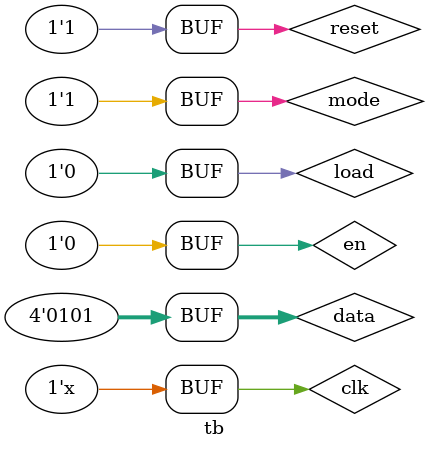
<source format=v>
`timescale 1ns / 1ps


module tb;

	// Inputs
	reg clk;
	reg en;
	reg mode;
	reg [3:0] data;
	reg load;
	reg reset;

	// Outputs
	wire [3:0] q;

	// Instantiate the Unit Under Test (UUT)
	counter uut (
		.clk(clk), 
		.q(q), 
		.en(en), 
		.mode(mode), 
		.data(data), 
		.load(load), 
		.reset(reset)
	);

	initial begin
		// Initialize Inputs
		clk = 0;
		en = 1;
		mode = 0;
		data = 0;
		load = 0;
		reset = 1;
		
		reset <= #60 0;
		reset <= #70 1;
		#300 mode = 1;
		#300 data = 5; load = 1;
		#100 load = 0;
		#200 en = 0;
	end
	
	always begin
		#50 clk = clk + 1;
	end
      
endmodule


</source>
